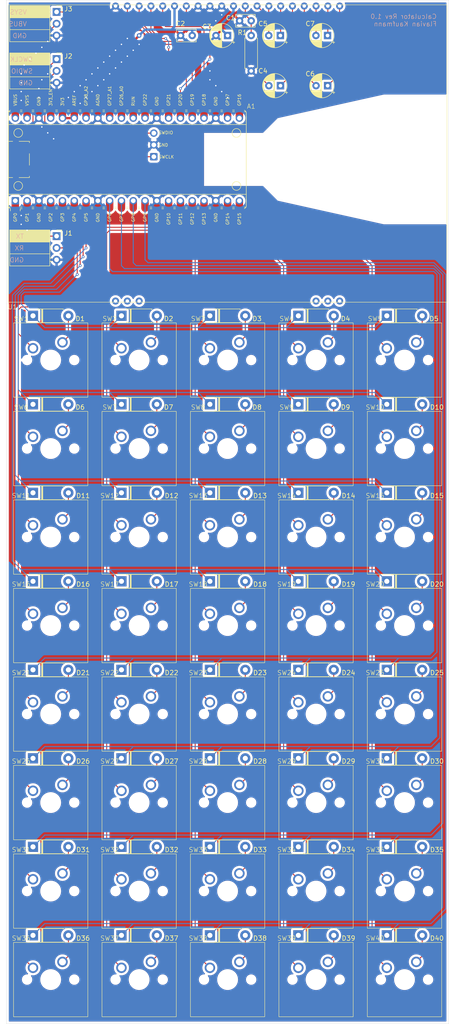
<source format=kicad_pcb>
(kicad_pcb (version 20240108) (generator "pcbnew") (generator_version "8.0")
  (layers (0 "F.Cu" signal) (31 "B.Cu" signal) (34 "B.Paste" user) (35 "F.Paste" user) (36 "B.SilkS" user "B.Silkscreen") (37 "F.SilkS" user "F.Silkscreen") (38 "B.Mask" user) (39 "F.Mask" user) (44 "Edge.Cuts" user))
  (net 0 "")
  (net 1 "/KB_A")
  (net 2 "/KB_7")
  (net 3 "/~{D_CS}")
  (net 6 "/UART_TX")
  (net 7 "GND")
  (net 8 "/D_CD")
  (net 9 "/KB_2")
  (net 11 "/UART_RX")
  (net 12 "+3V3")
  (net 13 "/KB_4")
  (net 15 "/KB_6")
  (net 16 "/D_SD")
  (net 17 "/KB_5")
  (net 18 "/KB_E")
  (net 19 "/V_SYS")
  (net 20 "/~{D_RST}")
  (net 21 "/KB_B")
  (net 22 "/KB_D")
  (net 23 "/D_CLK")
  (net 24 "/KB_C")
  (net 25 "/V_BUS")
  (net 26 "/KB_3")
  (net 27 "/KB_1")
  (net 28 "/KB_0")
  (net 31 "Net-(U1-VLCD)")
  (net 32 "Net-(U1-VA0-)")
  (net 33 "Net-(U1-VA0+)")
  (net 34 "Net-(U1-VA1+)")
  (net 35 "Net-(U1-VA1-)")
  (net 36 "Net-(U1-VB0+)")
  (net 37 "Net-(U1-VB0-)")
  (net 38 "Net-(U1-VB1-)")
  (net 39 "Net-(U1-VB1+)")
  (net 40 "Net-(D1-A)")
  (net 41 "Net-(D2-A)")
  (net 42 "Net-(D3-A)")
  (net 43 "Net-(D4-A)")
  (net 44 "Net-(D5-A)")
  (net 45 "Net-(D6-A)")
  (net 46 "Net-(D7-A)")
  (net 47 "Net-(D8-A)")
  (net 48 "Net-(D9-A)")
  (net 49 "Net-(D10-A)")
  (net 50 "Net-(D11-A)")
  (net 51 "Net-(D12-A)")
  (net 52 "Net-(D13-A)")
  (net 53 "Net-(D14-A)")
  (net 54 "Net-(D15-A)")
  (net 55 "Net-(D16-A)")
  (net 56 "Net-(D17-A)")
  (net 57 "Net-(D18-A)")
  (net 58 "Net-(D19-A)")
  (net 59 "Net-(D20-A)")
  (net 60 "Net-(D21-A)")
  (net 61 "Net-(D22-A)")
  (net 62 "Net-(D23-A)")
  (net 63 "Net-(D24-A)")
  (net 64 "Net-(D25-A)")
  (net 65 "Net-(D26-A)")
  (net 66 "Net-(D27-A)")
  (net 67 "Net-(D28-A)")
  (net 68 "Net-(D29-A)")
  (net 69 "Net-(D30-A)")
  (net 70 "Net-(D31-A)")
  (net 71 "Net-(D32-A)")
  (net 72 "Net-(D33-A)")
  (net 73 "Net-(D34-A)")
  (net 74 "Net-(D35-A)")
  (net 75 "Net-(D36-A)")
  (net 76 "Net-(D37-A)")
  (net 77 "Net-(D38-A)")
  (net 78 "Net-(D39-A)")
  (net 79 "Net-(D40-A)")
  (net 88 "/SWDIO")
  (net 89 "/SWCLK")
  (footprint "Diode_THT:D_DO-41_SOD81_P7.62mm_Horizontal" (layer "F.Cu") (at 185.42 225.425)
    (property "Reference" "D38")
    (property "Value" "D")
  )
  (footprint "calc:MX2A-E1NW" (layer "F.Cu") (at 227.33 177.8)
    (property "Reference" "SW25")
    (property "Value" "SW_MX")
  )
  (footprint "Diode_THT:D_DO-41_SOD81_P7.62mm_Horizontal" (layer "F.Cu") (at 185.42 130.175)
    (property "Reference" "D13")
    (property "Value" "D")
  )
  (footprint "calc:MX2A-E1NW" (layer "F.Cu") (at 208.28 196.85)
    (property "Reference" "SW29")
    (property "Value" "SW_MX")
  )
  (footprint "Diode_THT:D_DO-41_SOD81_P7.62mm_Horizontal" (layer "F.Cu") (at 204.47 168.275)
    (property "Reference" "D24")
    (property "Value" "D")
  )
  (footprint "Connector_PinSocket_2.54mm:PinSocket_1x03_P2.54mm_Horizontal" (layer "F.Cu") (at 152.4 36.83)
    (property "Reference" "J2")
    (property "Value" "Conn_01x03_Socket")
  )
  (footprint "calc:MX2A-E1NW" (layer "F.Cu") (at 208.28 120.65)
    (property "Reference" "SW9")
    (property "Value" "SW_MX")
  )
  (footprint "calc:MX2A-E1NW" (layer "F.Cu") (at 227.33 196.85)
    (property "Reference" "SW30")
    (property "Value" "SW_MX")
  )
  (footprint "Connector_PinSocket_2.54mm:PinSocket_1x03_P2.54mm_Horizontal" (layer "F.Cu") (at 152.4 74.93)
    (property "Reference" "J1")
    (property "Value" "Conn_01x03_Socket")
  )
  (footprint "Diode_THT:D_DO-41_SOD81_P7.62mm_Horizontal" (layer "F.Cu") (at 166.37 206.375)
    (property "Reference" "D32")
    (property "Value" "D")
  )
  (footprint "Diode_THT:D_DO-41_SOD81_P7.62mm_Horizontal" (layer "F.Cu") (at 204.47 111.125)
    (property "Reference" "D9")
    (property "Value" "D")
  )
  (footprint "Diode_THT:D_DO-41_SOD81_P7.62mm_Horizontal" (layer "F.Cu") (at 204.47 225.425)
    (property "Reference" "D39")
    (property "Value" "D")
  )
  (footprint "calc:MX2A-E1NW" (layer "F.Cu") (at 189.23 158.75)
    (property "Reference" "SW18")
    (property "Value" "SW_MX")
  )
  (footprint "Diode_THT:D_DO-41_SOD81_P7.62mm_Horizontal" (layer "F.Cu") (at 147.32 149.225)
    (property "Reference" "D16")
    (property "Value" "D")
  )
  (footprint "calc:MX2A-E1NW" (layer "F.Cu") (at 170.18 120.65)
    (property "Reference" "SW7")
    (property "Value" "SW_MX")
  )
  (footprint "Diode_THT:D_DO-41_SOD81_P7.62mm_Horizontal" (layer "F.Cu") (at 185.42 149.225)
    (property "Reference" "D18")
    (property "Value" "D")
  )
  (footprint "Diode_THT:D_DO-41_SOD81_P7.62mm_Horizontal" (layer "F.Cu") (at 147.32 111.125)
    (property "Reference" "D6")
    (property "Value" "D")
  )
  (footprint "Diode_THT:D_DO-41_SOD81_P7.62mm_Horizontal" (layer "F.Cu") (at 185.42 206.375)
    (property "Reference" "D33")
    (property "Value" "D")
  )
  (footprint "Diode_THT:D_DO-41_SOD81_P7.62mm_Horizontal" (layer "F.Cu") (at 204.47 187.325)
    (property "Reference" "D29")
    (property "Value" "D")
  )
  (footprint "calc:EADOGM240-7" (layer "F.Cu") (at 165.1 88.9)
    (property "Reference" "U1")
    (property "Value" "~" (hide yes))
  )
  (footprint "Diode_THT:D_DO-41_SOD81_P7.62mm_Horizontal" (layer "F.Cu") (at 204.47 130.175)
    (property "Reference" "D14")
    (property "Value" "D")
  )
  (footprint "calc:MX2A-E1NW" (layer "F.Cu") (at 189.23 101.6)
    (property "Reference" "SW3")
    (property "Value" "SW_MX")
  )
  (footprint "Diode_THT:D_DO-41_SOD81_P7.62mm_Horizontal" (layer "F.Cu") (at 166.37 225.425)
    (property "Reference" "D37")
    (property "Value" "D")
  )
  (footprint "Capacitor_THT:CP_Radial_D5.0mm_P2.50mm" (layer "F.Cu") (at 189.23 31.75 180)
    (property "Reference" "C3")
    (property "Value" "10u")
  )
  (footprint "Diode_THT:D_DO-41_SOD81_P7.62mm_Horizontal" (layer "F.Cu") (at 166.37 92.075)
    (property "Reference" "D2")
    (property "Value" "D")
  )
  (footprint "calc:MX2A-E1NW" (layer "F.Cu") (at 151.13 215.9)
    (property "Reference" "SW31")
    (property "Value" "SW_MX")
  )
  (footprint "Diode_THT:D_DO-41_SOD81_P7.62mm_Horizontal" (layer "F.Cu") (at 166.37 149.225)
    (property "Reference" "D17")
    (property "Value" "D")
  )
  (footprint "Diode_THT:D_DO-41_SOD81_P7.62mm_Horizontal" (layer "F.Cu") (at 204.47 206.375)
    (property "Reference" "D34")
    (property "Value" "D")
  )
  (footprint "Capacitor_THT:CP_Radial_D5.0mm_P2.50mm" (layer "F.Cu") (at 200.595113 31.75 180)
    (property "Reference" "C5")
    (property "Value" "4u7")
  )
  (footprint "calc:MX2A-E1NW" (layer "F.Cu") (at 189.23 196.85)
    (property "Reference" "SW28")
    (property "Value" "SW_MX")
  )
  (footprint "calc:MX2A-E1NW" (layer "F.Cu") (at 170.18 196.85)
    (property "Reference" "SW27")
    (property "Value" "SW_MX")
  )
  (footprint "calc:MX2A-E1NW" (layer "F.Cu") (at 189.23 234.95)
    (property "Reference" "SW38")
    (property "Value" "SW_MX")
  )
  (footprint "Capacitor_THT:C_Rect_L4.0mm_W2.5mm_P2.50mm" (layer "F.Cu") (at 191.81 28.575)
    (property "Reference" "C1")
    (property "Value" "470n")
  )
  (footprint "calc:MX2A-E1NW" (layer "F.Cu") (at 189.23 177.8)
    (property "Reference" "SW23")
    (property "Value" "SW_MX")
  )
  (footprint "calc:MX2A-E1NW" (layer "F.Cu") (at 170.18 139.7)
    (property "Reference" "SW12")
    (property "Value" "SW_MX")
  )
  (footprint "calc:MX2A-E1NW" (layer "F.Cu") (at 151.13 177.8)
    (property "Reference" "SW21")
    (property "Value" "SW_MX")
  )
  (footprint "calc:MX2A-E1NW" (layer "F.Cu") (at 208.28 177.8)
    (property "Reference" "SW24")
    (property "Value" "SW_MX")
  )
  (footprint "Diode_THT:D_DO-41_SOD81_P7.62mm_Horizontal" (layer "F.Cu") (at 147.32 187.325)
    (property "Reference" "D26")
    (property "Value" "D")
  )
  (footprint "Diode_THT:D_DO-41_SOD81_P7.62mm_Horizontal" (layer "F.Cu") (at 185.42 92.075)
    (property "Reference" "D3")
    (property "Value" "D")
  )
  (footprint "Diode_THT:D_DO-41_SOD81_P7.62mm_Horizontal" (layer "F.Cu") (at 223.52 168.275)
    (property "Reference" "D25")
    (property "Value" "D")
  )
  (footprint "calc:MX2A-E1NW" (layer "F.Cu") (at 227.33 158.75)
    (property "Reference" "SW20")
    (property "Value" "SW_MX")
  )
  (footprint "calc:MX2A-E1NW" (layer "F.Cu") (at 170.18 234.95)
    (property "Reference" "SW37")
    (property "Value" "SW_MX")
  )
  (footprint "Diode_THT:D_DO-41_SOD81_P7.62mm_Horizontal" (layer "F.Cu") (at 166.37 187.325)
    (property "Reference" "D27")
    (property "Value" "D")
  )
  (footprint "Diode_THT:D_DO-41_SOD81_P7.62mm_Horizontal" (layer "F.Cu") (at 166.37 130.175)
    (property "Reference" "D12")
    (property "Value" "D")
  )
  (footprint "Capacitor_THT:CP_Radial_D5.0mm_P2.50mm" (layer "F.Cu") (at 210.78 42.545 180)
    (property "Reference" "C6")
    (property "Value" "4u7")
  )
  (footprint "calc:MX2A-E1NW" (layer "F.Cu") (at 189.23 120.65)
    (property "Reference" "SW8")
    (property "Value" "SW_MX")
  )
  (footprint "calc:MX2A-E1NW" (layer "F.Cu") (at 208.28 215.9)
    (property "Reference" "SW34")
    (property "Value" "SW_MX")
  )
  (footprint "Capacitor_THT:CP_Radial_D5.0mm_P2.50mm" (layer "F.Cu") (at 210.755113 31.75 180)
    (property "Reference" "C7")
    (property "Value" "4u7")
  )
  (footprint "Diode_THT:D_DO-41_SOD81_P7.62mm_Horizontal" (layer "F.Cu") (at 147.32 168.275)
    (property "Reference" "D21")
    (property "Value" "D")
  )
  (footprint "calc:MX2A-E1NW" (layer "F.Cu") (at 208.28 101.6)
    (property "Reference" "SW4")
    (property "Value" "SW_MX")
  )
  (footprint "Diode_THT:D_DO-41_SOD81_P7.62mm_Horizontal" (layer "F.Cu") (at 166.37 168.275)
    (property "Reference" "D22")
    (property "Value" "D")
  )
  (footprint "Diode_THT:D_DO-41_SOD81_P7.62mm_Horizontal" (layer "F.Cu") (at 223.52 149.225)
    (property "Reference" "D20")
    (property "Value" "D")
  )
  (footprint "Diode_THT:D_DO-41_SOD81_P7.62mm_Horizontal" (layer "F.Cu") (at 185.42 111.125)
    (property "Reference" "D8")
    (property "Value" "D")
  )
  (footprint "calc:MX2A-E1NW" (layer "F.Cu") (at 170.18 101.6)
    (property "Reference" "SW2")
    (property "Value" "SW_MX")
  )
  (footprint "calc:MX2A-E1NW" (layer "F.Cu") (at 170.18 177.8)
    (property "Reference" "SW22")
    (property "Value" "SW_MX")
  )
  (footprint "calc:MX2A-E1NW" (layer "F.Cu") (at 151.13 101.6)
    (property "Reference" "SW1")
    (property "Value" "SW_MX")
  )
  (footprint "calc:MX2A-E1NW" (layer "F.Cu") (at 227.33 139.7)
    (property "Reference" "SW15")
    (property "Value" "SW_MX")
  )
  (footprint "Diode_THT:D_DO-41_SOD81_P7.62mm_Horizontal" (layer "F.Cu") (at 147.32 92.075)
    (property "Reference" "D1")
    (property "Value" "D")
  )
  (footprint "Diode_THT:D_DO-41_SOD81_P7.62mm_Horizontal" (layer "F.Cu") (at 147.32 206.375)
    (property "Reference" "D31")
    (property "Value" "D")
  )
  (footprint "Diode_THT:D_DO-41_SOD81_P7.62mm_Horizontal" (layer "F.Cu") (at 223.52 92.075)
    (property "Reference" "D5")
    (property "Value" "D")
  )
  (footprint "calc:MX2A-E1NW" (layer "F.Cu") (at 151.13 234.95)
    (property "Reference" "SW36")
    (property "Value" "SW_MX")
  )
  (footprint "calc:MX2A-E1NW" (layer "F.Cu") (at 170.18 215.9)
    (property "Reference" "SW32")
    (property "Value" "SW_MX")
  )
  (footprint "calc:MX2A-E1NW" (layer "F.Cu") (at 189.23 139.7)
    (property "Reference" "SW13")
    (property "Value" "SW_MX")
  )
  (footprint "Diode_THT:D_DO-41_SOD81_P7.62mm_Horizontal" (layer "F.Cu") (at 223.52 225.425)
    (property "Reference" "D40")
    (property "Value" "D")
  )
  (footprint "Diode_THT:D_DO-41_SOD81_P7.62mm_Horizontal" (layer "F.Cu") (at 185.42 168.275)
    (property "Reference" "D23")
    (property "Value" "D")
  )
  (footprint "calc:MX2A-E1NW" (layer "F.Cu") (at 208.28 158.75)
    (property "Reference" "SW19")
    (property "Value" "SW_MX")
  )
  (footprint "Diode_THT:D_DO-41_SOD81_P7.62mm_Horizontal" (layer "F.Cu") (at 223.52 187.325)
    (property "Reference" "D30")
    (property "Value" "D")
  )
  (footprint "calc:MX2A-E1NW" (layer "F.Cu") (at 208.28 139.7)
    (property "Reference" "SW14")
    (property "Value" "SW_MX")
  )
  (footprint "calc:MX2A-E1NW" (layer "F.Cu") (at 227.33 215.9)
    (property "Reference" "SW35")
    (property "Value" "SW_MX")
  )
  (footprint "Diode_THT:D_DO-41_SOD81_P7.62mm_Horizontal" (layer "F.Cu") (at 223.52 130.175)
    (property "Reference" "D15")
    (property "Value" "D")
  )
  (footprint "Diode_THT:D_DO-41_SOD81_P7.62mm_Horizontal" (layer "F.Cu") (at 147.32 130.175)
    (property "Reference" "D11")
    (property "Value" "D")
  )
  (footprint "Diode_THT:D_DO-41_SOD81_P7.62mm_Horizontal" (layer "F.Cu") (at 204.47 149.225)
    (property "Reference" "D19")
    (property "Value" "D")
  )
  (footprint "calc:MX2A-E1NW" (layer "F.Cu") (at 227.33 234.95)
    (property "Reference" "SW40")
    (property "Value" "SW_MX")
  )
  (footprint "calc:MX2A-E1NW" (layer "F.Cu") (at 151.13 158.75)
    (property "Reference" "SW16")
    (property "Value" "SW_MX")
  )
  (footprint "calc:MX2A-E1NW" (layer "F.Cu") (at 227.33 101.6)
    (property "Reference" "SW5")
    (property "Value" "SW_MX")
  )
  (footprint "calc:MX2A-E1NW" (layer "F.Cu") (at 227.33 120.65)
    (property "Reference" "SW10")
    (property "Value" "SW_MX")
  )
  (footprint "calc:MX2A-E1NW" (layer "F.Cu") (at 208.28 234.95)
    (property "Reference" "SW39")
    (property "Value" "SW_MX")
  )
  (footprint "Module_RaspberryPi_Pico:RaspberryPi_Pico" (layer "F.Cu") (at 167.64 58.42 90)
    (property "Reference" "A1")
    (property "Value" "RaspberryPi_Pico_W")
  )
  (footprint "Diode_THT:D_DO-41_SOD81_P7.62mm_Horizontal" (layer "F.Cu") (at 185.42 187.325)
    (property "Reference" "D28")
    (property "Value" "D")
  )
  (footprint "calc:MX2A-E1NW" (layer "F.Cu") (at 151.13 139.7)
    (property "Reference" "SW11")
    (property "Value" "SW_MX")
  )
  (footprint "Diode_THT:D_DO-41_SOD81_P7.62mm_Horizontal" (layer "F.Cu") (at 223.52 111.125)
    (property "Reference" "D10")
    (property "Value" "D")
  )
  (footprint "calc:MX2A-E1NW" (layer "F.Cu") (at 189.23 215.9)
    (property "Reference" "SW33")
    (property "Value" "SW_MX")
  )
  (footprint "Diode_THT:D_DO-41_SOD81_P7.62mm_Horizontal" (layer "F.Cu") (at 166.37 111.125)
    (property "Reference" "D7")
    (property "Value" "D")
  )
  (footprint "calc:MX2A-E1NW" (layer "F.Cu") (at 151.13 196.85)
    (property "Reference" "SW26")
    (property "Value" "SW_MX")
  )
  (footprint "calc:MX2A-E1NW" (layer "F.Cu") (at 170.18 158.75)
    (property "Reference" "SW17")
    (property "Value" "SW_MX")
  )
  (footprint "Resistor_THT:R_Axial_DIN0207_L6.3mm_D2.5mm_P7.62mm_Horizontal" (layer "F.Cu") (at 194.31 39.37 90)
    (property "Reference" "R1")
    (property "Value" "10M")
  )
  (footprint "Connector_PinSocket_2.54mm:PinSocket_1x03_P2.54mm_Horizontal" (layer "F.Cu") (at 152.4 26.67)
    (property "Reference" "J3")
    (property "Value" "Conn_01x03_Socket")
  )
  (footprint "Diode_THT:D_DO-41_SOD81_P7.62mm_Horizontal" (layer "F.Cu") (at 223.52 206.375)
    (property "Reference" "D35")
    (property "Value" "D")
  )
  (footprint "Capacitor_THT:C_Rect_L4.0mm_W2.5mm_P2.50mm" (layer "F.Cu") (at 181.61 31.75 180)
    (property "Reference" "C2")
    (property "Value" "100n")
  )
  (footprint "calc:MX2A-E1NW" (layer "F.Cu") (at 151.13 120.65)
    (property "Reference" "SW6")
    (property "Value" "SW_MX")
  )
  (footprint "Capacitor_THT:CP_Radial_D5.0mm_P2.50mm" (layer "F.Cu") (at 200.62 42.545 180)
    (property "Reference" "C4")
    (property "Value" "4u7")
  )
  (footprint "Diode_THT:D_DO-41_SOD81_P7.62mm_Horizontal" (layer "F.Cu") (at 147.32 225.425)
    (property "Reference" "D36")
    (property "Value" "D")
  )
  (footprint "Diode_THT:D_DO-41_SOD81_P7.62mm_Horizontal" (layer "F.Cu") (at 204.47 92.075)
    (property "Reference" "D4")
    (property "Value" "D")
  )
  (gr_rect (start 141.605 24.13) (end 236.855 244.475) (stroke (width 0.05)) (fill none) (layer "Edge.Cuts"))
  (gr_text "SWCLK" (at 147.32 37.465 0) (layer "B.SilkS") (effects (font (size 1 1) (thickness 0.1)) (justify left bottom mirror)))
  (gr_text "GND" (at 146.05 32.385 0) (layer "B.SilkS") (effects (font (size 1 1) (thickness 0.1)) (justify left bottom mirror)))
  (gr_text "Calculator Rev 1.0\nFlavian Kaufmann" (at 234.315 29.845 0) (layer "B.SilkS") (effects (font (size 1 1) (thickness 0.1)) (justify left bottom mirror)))
  (gr_text "RX" (at 145.415 78.105 0) (layer "B.SilkS") (effects (font (size 1 1) (thickness 0.1)) (justify left bottom mirror)))
  (gr_text "VSYS" (at 146.05 27.305 0) (layer "B.SilkS") (effects (font (size 1 1) (thickness 0.1)) (justify left bottom mirror)))
  (gr_text "VBUS" (at 146.05 29.845 0) (layer "B.SilkS") (effects (font (size 1 1) (thickness 0.1)) (justify left bottom mirror)))
  (gr_text "GND" (at 147.32 42.545 0) (layer "B.SilkS") (effects (font (size 1 1) (thickness 0.1)) (justify left bottom mirror)))
  (gr_text "SWDIO" (at 147.32 40.005 0) (layer "B.SilkS") (effects (font (size 1 1) (thickness 0.1)) (justify left bottom mirror)))
  (gr_text "GND" (at 145.415 80.645 0) (layer "B.SilkS") (effects (font (size 1 1) (thickness 0.1)) (justify left bottom mirror)))
  (gr_text "TX" (at 145.415 75.565 0) (layer "B.SilkS") (effects (font (size 1 1) (thickness 0.1)) (justify left bottom mirror)))
  (segment (start 144.145 95.885) (end 144.145 90.805) (width 0.2) (layer "F.Cu") (net 1))
  (segment (start 144.78 90.17) (end 161.925 90.17) (width 0.2) (layer "F.Cu") (net 1))
  (segment (start 144.145 191.135) (end 147.32 194.31) (width 0.2) (layer "F.Cu") (net 1))
  (segment (start 144.145 114.935) (end 144.145 133.985) (width 0.2) (layer "F.Cu") (net 1))
  (segment (start 147.32 99.06) (end 144.145 95.885) (width 0.2) (layer "F.Cu") (net 1))
  (segment (start 144.145 210.185) (end 144.145 229.235) (width 0.2) (layer "F.Cu") (net 1))
  (segment (start 175.895 73.025) (end 176.53 72.39) (width 0.2) (layer "F.Cu") (net 1))
  (segment (start 144.145 191.135) (end 144.145 210.185) (width 0.2) (layer "F.Cu") (net 1))
  (segment (start 144.145 153.035) (end 144.145 172.085) (width 0.2) (layer "F.Cu") (net 1))
  (segment (start 161.925 90.17) (end 162.56 89.535) (width 0.2) (layer "F.Cu") (net 1))
  (segment (start 144.145 172.085) (end 147.32 175.26) (width 0.2) (layer "F.Cu") (net 1))
  (segment (start 163.195 73.025) (end 175.895 73.025) (width 0.2) (layer "F.Cu") (net 1))
  (segment (start 144.145 229.235) (end 147.32 232.41) (width 0.2) (layer "F.Cu") (net 1))
  (segment (start 144.145 172.085) (end 144.145 191.135) (width 0.2) (layer "F.Cu") (net 1))
  (segment (start 144.145 90.805) (end 144.78 90.17) (width 0.2) (layer "F.Cu") (net 1))
  (segment (start 162.56 73.66) (end 163.195 73.025) (width 0.2) (layer "F.Cu") (net 1))
  (segment (start 162.56 89.535) (end 162.56 73.66) (width 0.2) (layer "F.Cu") (net 1))
  (segment (start 144.145 133.985) (end 147.32 137.16) (width 0.2) (layer "F.Cu") (net 1))
  (segment (start 144.145 210.185) (end 147.32 213.36) (width 0.2) (layer "F.Cu") (net 1))
  (segment (start 144.145 133.985) (end 144.145 153.035) (width 0.2) (layer "F.Cu") (net 1))
  (segment (start 144.145 153.035) (end 147.32 156.21) (width 0.2) (layer "F.Cu") (net 1))
  (segment (start 176.53 72.39) (end 176.53 67.31) (width 0.2) (layer "F.Cu") (net 1))
  (segment (start 144.145 114.935) (end 147.32 118.11) (width 0.2) (layer "F.Cu") (net 1))
  (segment (start 144.145 95.885) (end 144.145 114.935) (width 0.2) (layer "F.Cu") (net 1))
  (segment (start 236.22 83.185) (end 233.68 80.645) (width 0.2) (layer "B.Cu") (net 2))
  (segment (start 207.01 222.885) (end 226.06 222.885) (width 0.2) (layer "B.Cu") (net 2))
  (segment (start 187.96 222.885) (end 185.42 225.425) (width 0.2) (layer "B.Cu") (net 2))
  (segment (start 187.96 222.885) (end 207.01 222.885) (width 0.2) (layer "B.Cu") (net 2))
  (segment (start 168.91 222.885) (end 166.37 225.425) (width 0.2) (layer "B.Cu") (net 2))
  (segment (start 172.085 80.645) (end 171.45 80.01) (width 0.2) (layer "B.Cu") (net 2))
  (segment (start 233.045 222.885) (end 236.22 219.71) (width 0.2) (layer "B.Cu") (net 2))
  (segment (start 233.68 80.645) (end 172.085 80.645) (width 0.2) (layer "B.Cu") (net 2))
  (segment (start 147.32 225.425) (end 149.86 222.885) (width 0.2) (layer "B.Cu") (net 2))
  (segment (start 236.22 219.71) (end 236.22 83.185) (width 0.2) (layer "B.Cu") (net 2))
  (segment (start 170.18 222.885) (end 187.96 222.885) (width 0.2) (layer "B.Cu") (net 2))
  (segment (start 226.06 222.885) (end 223.52 225.425) (width 0.2) (layer "B.Cu") (net 2))
  (segment (start 149.86 222.885) (end 170.18 222.885) (width 0.2) (layer "B.Cu") (net 2))
  (segment (start 226.06 222.885) (end 233.045 222.885) (width 0.2) (layer "B.Cu") (net 2))
  (segment (start 207.01 222.885) (end 204.47 225.425) (width 0.2) (layer "B.Cu") (net 2))
  (segment (start 170.18 222.885) (end 168.91 222.885) (width 0.2) (layer "B.Cu") (net 2))
  (segment (start 171.45 80.01) (end 171.45 67.31) (width 0.2) (layer "B.Cu") (net 2))
  (segment (start 184.15 30.48) (end 184.15 41.91) (width 0.2) (layer "F.Cu") (net 3))
  (segment (start 175.26 25.4) (end 175.26 29.21) (width 0.2) (layer "F.Cu") (net 3))
  (segment (start 189.23 49.53) (end 189.23 46.99) (width 0.2) (layer "F.Cu") (net 3))
  (segment (start 175.26 29.21) (end 175.895 29.845) (width 0.2) (layer "F.Cu") (net 3))
  (segment (start 175.895 29.845) (end 183.515 29.845) (width 0.2) (layer "F.Cu") (net 3))
  (segment (start 183.515 29.845) (end 184.15 30.48) (width 0.2) (layer "F.Cu") (net 3))
  (segment (start 189.23 46.99) (end 184.15 41.91) (width 0.2) (layer "F.Cu") (net 3))
  (segment (start 143.51 72.39) (end 146.05 74.93) (width 0.2) (layer "F.Cu") (net 6))
  (segment (start 146.05 74.93) (end 152.4 74.93) (width 0.2) (layer "F.Cu") (net 6))
  (segment (start 143.51 67.31) (end 143.51 72.39) (width 0.2) (layer "F.Cu") (net 6))
  (segment (start 161.29 67.31) (end 161.29 70.485) (width 0.5) (layer "F.Cu") (net 7))
  (segment (start 173.99 67.31) (end 173.99 70.485) (width 0.5) (layer "F.Cu") (net 7))
  (segment (start 148.59 49.53) (end 148.59 46.355) (width 0.5) (layer "F.Cu") (net 7))
  (segment (start 161.29 49.53) (end 161.29 46.355) (width 0.5) (layer "F.Cu") (net 7))
  (segment (start 148.59 67.31) (end 148.59 70.485) (width 0.5) (layer "F.Cu") (net 7))
  (segment (start 173.99 49.53) (end 173.99 46.355) (width 0.5) (layer "F.Cu") (net 7))
  (segment (start 186.69 49.53) (end 186.69 46.355) (width 0.5) (layer "F.Cu") (net 7))
  (segment (start 186.69 67.31) (end 186.69 70.485) (width 0.5) (layer "F.Cu") (net 7))
  (via (at 185.42 39.37) (size 0.6) (drill 0.3) (layers "F.Cu" "B.Cu") (net 7))
  (via (at 151.765 53.975) (size 0.6) (drill 0.3) (layers "F.Cu" "B.Cu") (net 7))
  (via (at 144.78 45.72) (size 0.6) (drill 0.3) (layers "F.Cu" "B.Cu") (net 7))
  (via (at 162.56 41.275) (size 0.6) (drill 0.3) (layers "F.Cu" "B.Cu") (net 7))
  (via (at 163.83 36.195) (size 0.6) (drill 0.3) (layers "F.Cu" "B.Cu") (net 7))
  (via (at 161.29 38.735) (size 0.6) (drill 0.3) (layers "F.Cu" "B.Cu") (net 7))
  (via (at 167.64 36.195) (size 0.6) (drill 0.3) (layers "F.Cu" "B.Cu") (net 7))
  (via (at 150.495 33.02) (size 0.6) (drill 0.3) (layers "F.Cu" "B.Cu") (net 7))
  (via (at 144.78 72.39) (size 0.6) (drill 0.3) (layers "F.Cu" "B.Cu") (net 7))
  (via (at 166.37 33.655) (size 0.6) (drill 0.3) (layers "F.Cu" "B.Cu") (net 7))
  (via (at 154.94 45.085) (size 0.6) (drill 0.3) (layers "F.Cu" "B.Cu") (net 7))
  (via (at 163.83 40.005) (size 0.6) (drill 0.3) (layers "F.Cu" "B.Cu") (net 7))
  (via (at 146.685 36.83) (size 0.6) (drill 0.3) (layers "F.Cu" "B.Cu") (net 7))
  (via (at 162.56 37.465) (size 0.6) (drill 0.3) (layers "F.Cu" "B.Cu") (net 7))
  (via (at 165.1 34.925) (size 0.6) (drill 0.3) (layers "F.Cu" "B.Cu") (net 7))
  (via (at 166.37 37.465) (size 0.6) (drill 0.3) (layers "F.Cu" "B.Cu") (net 7))
  (via (at 145.415 38.1) (size 0.6) (drill 0.3) (layers "F.Cu" "B.Cu") (net 7))
  (via (at 146.05 73.66) (size 0.6) (drill 0.3) (layers "F.Cu" "B.Cu") (net 7))
  (via (at 160.02 40.005) (size 0.6) (drill 0.3) (layers "F.Cu" "B.Cu") (net 7))
  (via (at 149.225 51.435) (size 0.6) (drill 0.3) (layers "F.Cu" "B.Cu") (net 7))
  (via (at 165.1 38.735) (size 0.6) (drill 0.3) (layers "F.Cu" "B.Cu") (net 7))
  (via (at 144.78 43.815) (size 0.6) (drill 0.3) (layers "F.Cu" "B.Cu") (net 7))
  (via (at 148.59 43.18) (size 0.6) (drill 0.3) (layers "F.Cu" "B.Cu") (net 7))
  (via (at 150.495 40.005) (size 0.6) (drill 0.3) (layers "F.Cu" "B.Cu") (net 7))
  (via (at 158.75 41.275) (size 0.6) (drill 0.3) (layers "F.Cu" "B.Cu") (net 7))
  (via (at 149.225 34.29) (size 0.6) (drill 0.3) (layers "F.Cu" "B.Cu") (net 7))
  (via (at 167.64 32.385) (size 0.6) (drill 0.3) (layers "F.Cu" "B.Cu") (net 7))
  (via (at 157.48 46.355) (size 0.6) (drill 0.3) (layers "F.Cu" "B.Cu") (net 7))
  (via (at 148.59 45.085) (size 0.6) (drill 0.3) (layers "F.Cu" "B.Cu") (net 7))
  (via (at 144.78 41.91) (size 0.6) (drill 0.3) (layers "F.Cu" "B.Cu") (net 7))
  (via (at 187.96 27.305) (size 0.6) (drill 0.3) (layers "F.Cu" "B.Cu") (net 7))
  (via (at 150.495 52.705) (size 0.6) (drill 0.3) (layers "F.Cu" "B.Cu") (net 7))
  (via (at 157.48 42.545) (size 0.6) (drill 0.3) (layers "F.Cu" "B.Cu") (net 7))
  (via (at 170.18 33.655) (size 0.6) (drill 0.3) (layers "F.Cu" "B.Cu") (net 7))
  (via (at 161.29 42.545) (size 0.6) (drill 0.3) (layers "F.Cu" "B.Cu") (net 7))
  (via (at 187.96 43.815) (size 0.6) (drill 0.3) (layers "F.Cu" "B.Cu") (net 7))
  (via (at 158.75 45.085) (size 0.6) (drill 0.3) (layers "F.Cu" "B.Cu") (net 7))
  (via (at 186.69 28.575) (size 0.6) (drill 0.3) (layers "F.Cu" "B.Cu") (net 7))
  (via (at 189.23 45.085) (size 0.6) (drill 0.3) (layers "F.Cu" "B.Cu") (net 7))
  (via (at 185.42 41.275) (size 0.6) (drill 0.3) (layers "F.Cu" "B.Cu") (net 7))
  (via (at 160.02 43.815) (size 0.6) (drill 0.3) (layers "F.Cu" "B.Cu") (net 7))
  (via (at 144.78 70.485) (size 0.6) (drill 0.3) (layers "F.Cu" "B.Cu") (net 7))
  (via (at 168.91 34.925) (size 0.6) (drill 0.3) (layers "F.Cu" "B.Cu") (net 7))
  (via (at 147.955 35.56) (size 0.6) (drill 0.3) (layers "F.Cu" "B.Cu") (net 7))
  (via (at 186.69 42.545) (size 0.6) (drill 0.3) (layers "F.Cu" "B.Cu") (net 7))
  (via (at 149.225 41.275) (size 0.6) (drill 0.3) (layers "F.Cu" "B.Cu") (net 7))
  (via (at 144.78 40.005) (size 0.6) (drill 0.3) (layers "F.Cu" "B.Cu") (net 7))
  (via (at 156.21 43.815) (size 0.6) (drill 0.3) (layers "F.Cu" "B.Cu") (net 7))
  (segment (start 185.42 29.845) (end 185.42 36.83) (width 0.2) (layer "F.Cu") (net 8))
  (segment (start 179.07 43.18) (end 179.07 49.53) (width 0.2) (layer "F.Cu") (net 8))
  (segment (start 184.785 29.21) (end 185.42 29.845) (width 0.2) (layer "F.Cu") (net 8))
  (segment (start 180.34 25.4) (end 180.34 28.575) (width 0.2) (layer "F.Cu") (net 8))
  (segment (start 180.975 29.21) (end 184.785 29.21) (width 0.2) (layer "F.Cu") (net 8))
  (segment (start 180.34 28.575) (end 180.975 29.21) (width 0.2) (layer "F.Cu") (net 8))
  (via (at 185.42 36.83) (size 0.6) (drill 0.3) (layers "F.Cu" "B.Cu") (net 8))
  (via (at 179.07 43.18) (size 0.6) (drill 0.3) (layers "F.Cu" "B.Cu") (net 8))
  (segment (start 185.42 36.83) (end 179.07 43.18) (width 0.2) (layer "B.Cu") (net 8))
  (segment (start 156.845 71.12) (end 156.21 70.485) (width 0.2) (layer "F.Cu") (net 9))
  (segment (start 157.48 71.12) (end 156.845 71.12) (width 0.2) (layer "F.Cu") (net 9))
  (segment (start 158.115 71.755) (end 157.48 71.12) (width 0.2) (layer "F.Cu") (net 9))
  (segment (start 158.115 79.375) (end 158.115 71.755) (width 0.2) (layer "F.Cu") (net 9))
  (segment (start 156.21 70.485) (end 156.21 67.31) (width 0.2) (layer "F.Cu") (net 9))
  (via (at 158.115 79.375) (size 0.6) (drill 0.3) (layers "F.Cu" "B.Cu") (net 9))
  (segment (start 147.32 130.175) (end 144.78 127.635) (width 0.2) (layer "B.Cu") (net 9))
  (segment (start 182.88 127.635) (end 201.93 127.635) (width 0.2) (layer "B.Cu") (net 9))
  (segment (start 144.78 127.635) (end 143.51 126.365) (width 0.2) (layer "B.Cu") (net 9))
  (segment (start 151.765 85.725) (end 158.115 79.375) (width 0.2) (layer "B.Cu") (net 9))
  (segment (start 145.415 85.725) (end 151.765 85.725) (width 0.2) (layer "B.Cu") (net 9))
  (segment (start 163.83 127.635) (end 166.37 130.175) (width 0.2) (layer "B.Cu") (net 9))
  (segment (start 201.93 127.635) (end 204.47 130.175) (width 0.2) (layer "B.Cu") (net 9))
  (segment (start 143.51 126.365) (end 143.51 87.63) (width 0.2) (layer "B.Cu") (net 9))
  (segment (start 144.78 127.635) (end 163.83 127.635) (width 0.2) (layer "B.Cu") (net 9))
  (segment (start 201.93 127.635) (end 220.98 127.635) (width 0.2) (layer "B.Cu") (net 9))
  (segment (start 182.88 127.635) (end 185.42 130.175) (width 0.2) (layer "B.Cu") (net 9))
  (segment (start 220.98 127.635) (end 223.52 130.175) (width 0.2) (layer "B.Cu") (net 9))
  (segment (start 163.83 127.635) (end 182.88 127.635) (width 0.2) (layer "B.Cu") (net 9))
  (segment (start 143.51 87.63) (end 145.415 85.725) (width 0.2) (layer "B.Cu") (net 9))
  (segment (start 154.305 73.66) (end 153.67 73.025) (width 0.2) (layer "F.Cu") (net 11))
  (segment (start 153.67 77.47) (end 152.4 77.47) (width 0.2) (layer "F.Cu") (net 11))
  (segment (start 154.305 76.835) (end 154.305 73.66) (width 0.2) (layer "F.Cu") (net 11))
  (segment (start 146.05 72.39) (end 146.05 71.12) (width 0.2) (layer "F.Cu") (net 11))
  (segment (start 146.685 73.025) (end 146.05 72.39) (width 0.2) (layer "F.Cu") (net 11))
  (segment (start 154.305 76.835) (end 153.67 77.47) (width 0.2) (layer "F.Cu") (net 11))
  (segment (start 146.05 67.31) (end 146.05 71.12) (width 0.2) (layer "F.Cu") (net 11))
  (segment (start 153.67 73.025) (end 146.685 73.025) (width 0.2) (layer "F.Cu") (net 11))
  (segment (start 156.21 45.72) (end 156.21 49.53) (width 0.5) (layer "F.Cu") (net 12))
  (segment (start 153.67 49.53) (end 156.21 49.53) (width 0.5) (layer "F.Cu") (net 12))
  (segment (start 170.18 31.75) (end 156.21 45.72) (width 0.5) (layer "F.Cu") (net 12))
  (via (at 170.18 31.75) (size 1) (drill 0.5) (layers "F.Cu" "B.Cu") (net 12))
  (segment (start 186.69 30.48) (end 187.325 29.845) (width 0.5) (layer "B.Cu") (net 12))
  (segment (start 190.5 25.4) (end 190.5 26.67) (width 0.5) (layer "B.Cu") (net 12))
  (segment (start 181.61 31.75) (end 181.61 30.48) (width 0.5) (layer "B.Cu") (net 12))
  (segment (start 170.18 31.75) (end 171.45 30.48) (width 0.5) (layer "B.Cu") (net 12))
  (segment (start 181.61 30.48) (end 186.69 30.48) (width 0.5) (layer "B.Cu") (net 12))
  (segment (start 190.5 26.67) (end 189.23 27.94) (width 0.5) (layer "B.Cu") (net 12))
  (segment (start 187.325 29.845) (end 189.23 27.94) (width 0.5) (layer "B.Cu") (net 12))
  (segment (start 177.165 30.48) (end 181.61 30.48) (width 0.5) (layer "B.Cu") (net 12))
  (segment (start 189.23 31.75) (end 187.325 29.845) (width 0.5) (layer "B.Cu") (net 12))
  (segment (start 177.8 29.845) (end 177.165 30.48) (width 0.5) (layer "B.Cu") (net 12))
  (segment (start 177.8 25.4) (end 177.8 29.845) (width 0.5) (layer "B.Cu") (net 12))
  (segment (start 171.45 30.48) (end 177.165 30.48) (width 0.5) (layer "B.Cu") (net 12))
  (segment (start 201.93 165.735) (end 207.01 165.735) (width 0.2) (layer "B.Cu") (net 13))
  (segment (start 149.86 165.735) (end 163.83 165.735) (width 0.2) (layer "B.Cu") (net 13))
  (segment (start 233.68 82.55) (end 164.465 82.55) (width 0.2) (layer "B.Cu") (net 13))
  (segment (start 164.465 82.55) (end 163.83 81.915) (width 0.2) (layer "B.Cu") (net 13))
  (segment (start 163.83 81.915) (end 163.83 67.31) (width 0.2) (layer "B.Cu") (net 13))
  (segment (start 226.06 165.735) (end 233.045 165.735) (width 0.2) (layer "B.Cu") (net 13))
  (segment (start 234.315 83.185) (end 233.68 82.55) (width 0.2) (layer "B.Cu") (net 13))
  (segment (start 226.06 165.735) (end 207.01 165.735) (width 0.2) (layer "B.Cu") (net 13))
  (segment (start 187.96 165.735) (end 201.93 165.735) (width 0.2) (layer "B.Cu") (net 13))
  (segment (start 168.91 165.735) (end 182.88 165.735) (width 0.2) (layer "B.Cu") (net 13))
  (segment (start 163.83 165.735) (end 168.91 165.735) (width 0.2) (layer "B.Cu") (net 13))
  (segment (start 182.88 165.735) (end 187.96 165.735) (width 0.2) (layer "B.Cu") (net 13))
  (segment (start 147.32 168.275) (end 149.86 165.735) (width 0.2) (layer "B.Cu") (net 13))
  (segment (start 166.37 168.275) (end 168.91 165.735) (width 0.2) (layer "B.Cu") (net 13))
  (segment (start 204.47 168.275) (end 207.01 165.735) (width 0.2) (layer "B.Cu") (net 13))
  (segment (start 233.045 165.735) (end 234.315 164.465) (width 0.2) (layer "B.Cu") (net 13))
  (segment (start 234.315 164.465) (end 234.315 83.185) (width 0.2) (layer "B.Cu") (net 13))
  (segment (start 223.52 168.275) (end 226.06 165.735) (width 0.2) (layer "B.Cu") (net 13))
  (segment (start 185.42 168.275) (end 187.96 165.735) (width 0.2) (layer "B.Cu") (net 13))
  (segment (start 233.045 203.835) (end 235.585 201.295) (width 0.2) (layer "B.Cu") (net 15))
  (segment (start 207.01 203.835) (end 226.06 203.835) (width 0.2) (layer "B.Cu") (net 15))
  (segment (start 235.585 83.185) (end 233.68 81.28) (width 0.2) (layer "B.Cu") (net 15))
  (segment (start 168.91 203.835) (end 149.86 203.835) (width 0.2) (layer "B.Cu") (net 15))
  (segment (start 187.96 203.835) (end 185.42 206.375) (width 0.2) (layer "B.Cu") (net 15))
  (segment (start 187.96 203.835) (end 207.01 203.835) (width 0.2) (layer "B.Cu") (net 15))
  (segment (start 235.585 201.295) (end 235.585 83.185) (width 0.2) (layer "B.Cu") (net 15))
  (segment (start 226.06 203.835) (end 233.045 203.835) (width 0.2) (layer "B.Cu") (net 15))
  (segment (start 207.01 203.835) (end 204.47 206.375) (width 0.2) (layer "B.Cu") (net 15))
  (segment (start 168.91 203.835) (end 187.96 203.835) (width 0.2) (layer "B.Cu") (net 15))
  (segment (start 226.06 203.835) (end 223.52 206.375) (width 0.2) (layer "B.Cu") (net 15))
  (segment (start 168.91 80.645) (end 168.91 67.31) (width 0.2) (layer "B.Cu") (net 15))
  (segment (start 233.68 81.28) (end 169.545 81.28) (width 0.2) (layer "B.Cu") (net 15))
  (segment (start 169.545 81.28) (end 168.91 80.645) (width 0.2) (layer "B.Cu") (net 15))
  (segment (start 149.86 203.835) (end 147.32 206.375) (width 0.2) (layer "B.Cu") (net 15))
  (segment (start 166.37 206.375) (end 168.91 203.835) (width 0.2) (layer "B.Cu") (net 15))
  (segment (start 181.61 44.45) (end 181.61 49.53) (width 0.2) (layer "F.Cu") (net 16))
  (segment (start 180.34 43.18) (end 181.61 44.45) (width 0.2) (layer "F.Cu") (net 16))
  (segment (start 180.34 34.29) (end 180.34 43.18) (width 0.2) (layer "F.Cu") (net 16))
  (segment (start 174.625 33.655) (end 179.705 33.655) (width 0.2) (layer "F.Cu") (net 16))
  (segment (start 167.64 26.67) (end 174.625 33.655) (width 0.2) (layer "F.Cu") (net 16))
  (segment (start 167.64 25.4) (end 167.64 26.67) (width 0.2) (layer "F.Cu") (net 16))
  (segment (start 179.705 33.655) (end 180.34 34.29) (width 0.2) (layer "F.Cu") (net 16))
  (segment (start 187.96 184.785) (end 201.93 184.785) (width 0.2) (layer "B.Cu") (net 17))
  (segment (start 147.32 187.325) (end 149.86 184.785) (width 0.2) (layer "B.Cu") (net 17))
  (segment (start 167.005 81.915) (end 166.37 81.28) (width 0.2) (layer "B.Cu") (net 17))
  (segment (start 204.47 187.325) (end 207.01 184.785) (width 0.2) (layer "B.Cu") (net 17))
  (segment (start 234.95 83.185) (end 233.68 81.915) (width 0.2) (layer "B.Cu") (net 17))
  (segment (start 163.83 184.785) (end 168.91 184.785) (width 0.2) (layer "B.Cu") (net 17))
  (segment (start 226.06 184.785) (end 233.045 184.785) (width 0.2) (layer "B.Cu") (net 17))
  (segment (start 233.68 81.915) (end 167.005 81.915) (width 0.2) (layer "B.Cu") (net 17))
  (segment (start 166.37 187.325) (end 168.91 184.785) (width 0.2) (layer "B.Cu") (net 17))
  (segment (start 226.06 184.785) (end 207.01 184.785) (width 0.2) (layer "B.Cu") (net 17))
  (segment (start 201.93 184.785) (end 207.01 184.785) (width 0.2) (layer "B.Cu") (net 17))
  (segment (start 233.045 184.785) (end 234.95 182.88) (width 0.2) (layer "B.Cu") (net 17))
  (segment (start 166.37 81.28) (end 166.37 67.31) (width 0.2) (layer "B.Cu") (net 17))
  (segment (start 223.52 187.325) (end 226.06 184.785) (width 0.2) (layer "B.Cu") (net 17))
  (segment (start 234.95 182.88) (end 234.95 83.185) (width 0.2) (layer "B.Cu") (net 17))
  (segment (start 149.86 184.785) (end 163.83 184.785) (width 0.2) (layer "B.Cu") (net 17))
  (segment (start 168.91 184.785) (end 182.88 184.785) (width 0.2) (layer "B.Cu") (net 17))
  (segment (start 185.42 187.325) (end 187.96 184.785) (width 0.2) (layer "B.Cu") (net 17))
  (segment (start 182.88 184.785) (end 187.96 184.785) (width 0.2) (layer "B.Cu") (net 17))
  (segment (start 220.345 153.035) (end 223.52 156.21) (width 0.2) (layer "F.Cu") (net 18))
  (segment (start 220.345 114.935) (end 220.345 133.985) (width 0.2) (layer "F.Cu") (net 18))
  (segment (start 223.52 99.06) (end 220.345 95.885) (width 0.2) (layer "F.Cu") (net 18))
  (segment (start 220.345 133.985) (end 223.52 137.16) (width 0.2) (layer "F.Cu") (net 18))
  (segment (start 212.09 73.025) (end 189.865 73.025) (width 0.2) (layer "F.Cu") (net 18))
  (segment (start 220.345 229.235) (end 223.52 232.41) (width 0.2) (layer "F.Cu") (net 18))
  (segment (start 220.345 172.085) (end 220.345 191.135) (width 0.2) (layer "F.Cu") (net 18))
  (segment (start 220.345 153.035) (end 220.345 172.085) (width 0.2) (layer "F.Cu") (net 18))
  (segment (start 220.345 114.935) (end 223.52 118.11) (width 0.2) (layer "F.Cu") (net 18))
  (segment (start 220.345 210.185) (end 223.52 213.36) (width 0.2) (layer "F.Cu") (net 18))
  (segment (start 189.23 72.39) (end 189.23 67.31) (width 0.2) (layer "F.Cu") (net 18))
  (segment (start 220.345 133.985) (end 220.345 153.035) (width 0.2) (layer "F.Cu") (net 18))
  (segment (start 220.345 95.885) (end 220.345 81.28) (width 0.2) (layer "F.Cu") (net 18))
  (segment (start 189.865 73.025) (end 189.23 72.39) (width 0.2) (layer "F.Cu") (net 18))
  (segment (start 220.345 81.28) (end 212.09 73.025) (width 0.2) (layer "F.Cu") (net 18))
  (segment (start 220.345 210.185) (end 220.345 229.235) (width 0.2) (layer "F.Cu") (net 18))
  (segment (start 220.345 95.885) (end 220.345 114.935) (width 0.2) (layer "F.Cu") (net 18))
  (segment (start 220.345 172.085) (end 223.52 175.26) (width 0.2) (layer "F.Cu") (net 18))
  (segment (start 220.345 191.135) (end 220.345 210.185) (width 0.2) (layer "F.Cu") (net 18))
  (segment (start 220.345 191.135) (end 223.52 194.31) (width 0.2) (layer "F.Cu") (net 18))
  (segment (start 154.94 27.94) (end 153.67 26.67) (width 0.2) (layer "F.Cu") (net 19))
  (segment (start 151.13 34.29) (end 153.67 34.29) (width 0.2) (layer "F.Cu") (net 19))
  (segment (start 154.94 33.02) (end 154.94 27.94) (width 0.2) (layer "F.Cu") (net 19))
  (segment (start 146.05 49.53) (end 146.05 39.37) (width 0.2) (layer "F.Cu") (net 19))
  (segment (start 146.05 39.37) (end 151.13 34.29) (width 0.2) (layer "F.Cu") (net 19))
  (segment (start 153.67 26.67) (end 152.4 26.67) (width 0.2) (layer "F.Cu") (net 19))
  (segment (start 153.67 34.29) (end 154.94 33.02) (width 0.2) (layer "F.Cu") (net 19))
  (segment (start 172.72 26.67) (end 172.72 30.48) (width 0.2) (layer "F.Cu") (net 20))
  (segment (start 176.53 34.29) (end 176.53 49.53) (width 0.2) (layer "F.Cu") (net 20))
  (segment (start 172.72 25.4) (end 172.72 26.67) (width 0.2) (layer "F.Cu") (net 20))
  (segment (start 172.72 30.48) (end 174.625 32.385) (width 0.2) (layer "F.Cu") (net 20))
  (segment (start 174.625 32.385) (end 175.895 32.385) (width 0.2) (layer "F.Cu") (net 20))
  (via (at 176.53 34.29) (size 0.6) (drill 0.3) (layers "F.Cu" "B.Cu") (net 20))
  (via (at 175.895 32.385) (size 0.6) (drill 0.3) (layers "F.Cu" "B.Cu") (net 20))
  (segment (start 176.53 33.02) (end 176.53 34.29) (width 0.2) (layer "B.Cu") (net 20))
  (segment (start 175.895 32.385) (end 176.53 33.02) (width 0.2) (layer "B.Cu") (net 20))
  (segment (start 163.83 73.66) (end 178.435 73.66) (width 0.2) (layer "F.Cu") (net 21))
  (segment (start 163.195 153.035) (end 163.195 172.085) (width 0.2) (layer "F.Cu") (net 21))
  (segment (start 163.195 95.885) (end 163.195 74.295) (width 0.2) (layer "F.Cu") (net 21))
  (segment (start 163.195 191.135) (end 163.195 210.185) (width 0.2) (layer "F.Cu") (net 21))
  (segment (start 163.195 210.185) (end 166.37 213.36) (width 0.2) (layer "F.Cu") (net 21))
  (segment (start 163.195 114.935) (end 166.37 118.11) (width 0.2) (layer "F.Cu") (net 21))
  (segment (start 163.195 133.985) (end 166.37 137.16) (width 0.2) (layer "F.Cu") (net 21))
  (segment (start 166.37 99.06) (end 163.195 95.885) (width 0.2) (layer "F.Cu") (net 21))
  (segment (start 163.195 191.135) (end 166.37 194.31) (width 0.2) (layer "F.Cu") (net 21))
  (segment (start 163.195 133.985) (end 163.195 153.035) (width 0.2) (layer "F.Cu") (net 21))
  (segment (start 163.195 114.935) (end 163.195 133.985) (width 0.2) (layer "F.Cu") (net 21))
  (segment (start 179.07 73.025) (end 179.07 67.31) (width 0.2) (layer "F.Cu") (net 21))
  (segment (start 163.195 229.235) (end 166.37 232.41) (width 0.2) (layer "F.Cu") (net 21))
  (segment (start 163.195 210.185) (end 163.195 229.235) (width 0.2) (layer "F.Cu") (net 21))
  (segment (start 163.195 172.085) (end 166.37 175.26) (width 0.2) (layer "F.Cu") (net 21))
  (segment (start 163.195 95.885) (end 163.195 114.935) (width 0.2) (layer "F.Cu") (net 21))
  (segment (start 163.195 74.295) (end 163.83 73.66) (width 0.2) (layer "F.Cu") (net 21))
  (segment (start 163.195 153.035) (end 166.37 156.21) (width 0.2) (layer "F.Cu") (net 21))
  (segment (start 163.195 172.085) (end 163.195 191.135) (width 0.2) (layer "F.Cu") (net 21))
  (segment (start 178.435 73.66) (end 179.07 73.025) (width 0.2) (layer "F.Cu") (net 21))
  (segment (start 201.295 191.135) (end 201.295 210.185) (width 0.2) (layer "F.Cu") (net 22))
  (segment (start 201.295 210.185) (end 201.295 229.235) (width 0.2) (layer "F.Cu") (net 22))
  (segment (start 201.295 95.885) (end 201.295 81.28) (width 0.2) (layer "F.Cu") (net 22))
  (segment (start 201.295 114.935) (end 204.47 118.11) (width 0.2) (layer "F.Cu") (net 22))
  (segment (start 201.295 133.985) (end 204.47 137.16) (width 0.2) (layer "F.Cu") (net 22))
  (segment (start 204.47 99.06) (end 201.295 95.885) (width 0.2) (layer "F.Cu") (net 22))
  (segment (start 201.295 114.935) (end 201.295 133.985) (width 0.2) (layer "F.Cu") (net 22))
  (segment (start 201.295 95.885) (end 201.295 114.935) (width 0.2) (layer "F.Cu") (net 22))
  (segment (start 201.295 210.185) (end 204.47 213.36) (width 0.2) (layer "F.Cu") (net 22))
  (segment (start 201.295 81.28) (end 193.675 73.66) (width 0.2) (layer "F.Cu") (net 22))
  (segment (start 201.295 133.985) (end 201.295 153.035) (width 0.2) (layer "F.Cu") (net 22))
  (segment (start 201.295 191.135) (end 204.47 194.31) (width 0.2) (layer "F.Cu") (net 22))
  (segment (start 201.295 172.085) (end 201.295 191.135) (width 0.2) (layer "F.Cu") (net 22))
  (segment (start 193.675 73.66) (end 184.785 73.66) (width 0.2) (layer "F.Cu") (net 22))
  (segment (start 201.295 229.235) (end 204.47 232.41) (width 0.2) (layer "F.Cu") (net 22))
  (segment (start 184.785 73.66) (end 184.15 73.025) (width 0.2) (layer "F.Cu") (net 22))
  (segment (start 201.295 172.085) (end 204.47 175.26) (width 0.2) (layer "F.Cu") (net 22))
  (segment (start 201.295 153.035) (end 204.47 156.21) (width 0.2) (layer "F.Cu") (net 22))
  (segment (start 184.15 73.025) (end 184.15 67.31) (width 0.2) (layer "F.Cu") (net 22))
  (segment (start 201.295 153.035) (end 201.295 172.085) (width 0.2) (layer "F.Cu") (net 22))
  (segment (start 181.61 43.18) (end 184.15 45.72) (width 0.2) (layer "F.Cu") (net 23))
  (segment (start 184.15 45.72) (end 184.15 49.53) (width 0.2) (layer "F.Cu") (net 23))
  (segment (start 180.34 33.02) (end 181.61 34.29) (width 0.2) (layer "F.Cu") (net 23))
  (segment (start 181.61 34.29) (end 181.61 43.18) (width 0.2) (layer "F.Cu") (net 23))
  (segment (start 170.18 28.575) (end 174.625 33.02) (width 0.2) (layer "F.Cu") (net 23))
  (segment (start 174.625 33.02) (end 180.34 33.02) (width 0.2) (layer "F.Cu") (net 23))
  (segment (start 170.18 25.4) (end 170.18 28.575) (width 0.2) (layer "F.Cu") (net 23))
  (segment (start 182.245 191.135) (end 185.42 194.31) (width 0.2) (layer "F.Cu") (net 24))
  (segment (start 182.245 95.885) (end 182.245 73.66) (width 0.2) (layer "F.Cu") (net 24))
  (segment (start 182.245 172.085) (end 185.42 175.26) (width 0.2) (layer "F.Cu") (net 24))
  (segment (start 182.245 153.035) (end 185.42 156.21) (width 0.2) (layer "F.Cu") (net 24))
  (segment (start 182.245 210.185) (end 185.42 213.36) (width 0.2) (layer "F.Cu") (net 24))
  (segment (start 182.245 153.035) (end 182.245 172.085) (width 0.2) (layer "F.Cu") (net 24))
  (segment (start 185.42 99.06) (end 182.245 95.885) (width 0.2) (layer "F.Cu") (net 24))
  (segment (start 182.245 191.135) (end 182.245 210.185) (width 0.2) (layer "F.Cu") (net 24))
  (segment (start 182.245 133.985) (end 185.42 137.16) (width 0.2) (layer "F.Cu") (net 24))
  (segment (start 182.245 172.085) (end 182.245 191.135) (width 0.2) (layer "F.Cu") (net 24))
  (segment (start 182.245 133.985) (end 182.245 153.035) (width 0.2) (layer "F.Cu") (net 24))
  (segment (start 182.245 229.235) (end 185.42 232.41) (width 0.2) (layer "F.Cu") (net 24))
  (segment (start 182.245 210.185) (end 182.245 229.235) (width 0.2) (layer "F.Cu") (net 24))
  (segment (start 182.245 114.935) (end 185.42 118.11) (width 0.2) (layer "F.Cu") (net 24))
  (segment (start 182.245 114.935) (end 182.245 133.985) (width 0.2) (layer "F.Cu") (net 24))
  (segment (start 182.245 95.885) (end 182.245 114.935) (width 0.2) (layer "F.Cu") (net 24))
  (segment (start 181.61 73.025) (end 181.61 67.31) (width 0.2) (layer "F.Cu") (net 24))
  (segment (start 182.245 73.66) (end 181.61 73.025) (width 0.2) (layer "F.Cu") (net 24))
  (segment (start 143.51 38.1) (end 152.4 29.21) (width 0.2) (layer "F.Cu") (net 25))
  (segment (start 143.51 49.53) (end 143.51 38.1) (width 0.2) (layer "F.Cu") (net 25))
  (segment (start 158.75 77.47) (end 158.75 67.31) (width 0.2) (layer "F.Cu") (net 26))
  (via (at 158.75 77.47) (size 0.6) (drill 0.3) (layers "F.Cu" "B.Cu") (net 26))
  (segment (start 142.875 144.78) (end 144.78 146.685) (width 0.2) (layer "B.Cu") (net 26))
  (segment (start 201.93 146.685) (end 204.47 149.225) (width 0.2) (layer "B.Cu") (net 26))
  (segment (start 142.875 87.63) (end 142.875 144.78) (width 0.2) (layer "B.Cu") (net 26))
  (segment (start 201.93 146.685) (end 220.98 146.685) (width 0.2) (layer "B.Cu") (net 26))
  (segment (start 220.98 146.685) (end 223.52 149.225) (width 0.2) (layer "B.Cu") (net 26))
  (segment (start 147.32 149.225) (end 144.78 146.685) (width 0.2) (layer "B.Cu") (net 26))
  (segment (start 151.13 85.09) (end 145.415 85.09) (width 0.2) (layer "B.Cu") (net 26))
  (segment (start 163.83 146.685) (end 182.88 146.685) (width 0.2) (layer "B.Cu") (net 26))
  (segment (start 144.78 146.685) (end 163.83 146.685) (width 0.2) (layer "B.Cu") (net 26))
  (segment (start 158.75 77.47) (end 151.13 85.09) (width 0.2) (layer "B.Cu") (net 26))
  (segment (start 182.88 146.685) (end 201.93 146.685) (width 0.2) (layer "B.Cu") (net 26))
  (segment (start 163.83 146.685) (end 166.37 149.225) (width 0.2) (layer "B.Cu") (net 26))
  (segment (start 145.415 85.09) (end 142.875 87.63) (width 0.2) (layer "B.Cu") (net 26))
  (segment (start 182.88 146.685) (end 185.42 149.225) (width 0.2) (layer "B.Cu") (net 26))
  (segment (start 156.845 71.755) (end 154.305 71.755) (width 0.2) (layer "F.Cu") (net 27))
  (segment (start 157.48 72.39) (end 156.845 71.755) (width 0.2) (layer "F.Cu") (net 27))
  (segment (start 157.48 81.28) (end 157.48 72.39) (width 0.2) (layer "F.Cu") (net 27))
  (segment (start 154.305 71.755) (end 153.67 71.12) (width 0.2) (layer "F.Cu") (net 27))
  (segment (start 153.67 71.12) (end 153.67 67.31) (width 0.2) (layer "F.Cu") (net 27))
  (via (at 157.48 81.28) (size 0.6) (drill 0.3) (layers "F.Cu" "B.Cu") (net 27))
  (segment (start 201.93 108.585) (end 220.98 108.585) (width 0.2) (layer "B.Cu") (net 27))
  (segment (start 145.415 86.36) (end 144.145 87.63) (width 0.2) (layer "B.Cu") (net 27))
  (segment (start 163.83 108.585) (end 182.88 108.585) (width 0.2) (layer "B.Cu") (net 27))
  (segment (start 182.88 108.585) (end 185.42 111.125) (width 0.2) (layer "B.Cu") (net 27))
  (segment (start 152.4 86.36) (end 145.415 86.36) (width 0.2) (layer "B.Cu") (net 27))
  (segment (start 157.48 81.28) (end 152.4 86.36) (width 0.2) (layer "B.Cu") (net 27))
  (segment (start 201.93 108.585) (end 204.47 111.125) (width 0.2) (layer "B.Cu") (net 27))
  (segment (start 163.83 108.585) (end 166.37 111.125) (width 0.2) (layer "B.Cu") (net 27))
  (segment (start 220.98 108.585) (end 223.52 111.125) (width 0.2) (layer "B.Cu") (net 27))
  (segment (start 144.145 87.63) (end 144.145 107.95) (width 0.2) (layer "B.Cu") (net 27))
  (segment (start 182.88 108.585) (end 201.93 108.585) (width 0.2) (layer "B.Cu") (net 27))
  (segment (start 144.145 107.95) (end 144.78 108.585) (width 0.2) (layer "B.Cu") (net 27))
  (segment (start 144.78 108.585) (end 163.83 108.585) (width 0.2) (layer "B.Cu") (net 27))
  (segment (start 147.32 111.125) (end 144.78 108.585) (width 0.2) (layer "B.Cu") (net 27))
  (segment (start 156.845 73.025) (end 156.21 72.39) (width 0.2) (layer "F.Cu") (net 28))
  (segment (start 156.845 83.185) (end 156.845 73.025) (width 0.2) (layer "F.Cu") (net 28))
  (segment (start 151.13 71.755) (end 151.13 67.31) (width 0.2) (layer "F.Cu") (net 28))
  (segment (start 151.765 72.39) (end 151.13 71.755) (width 0.2) (layer "F.Cu") (net 28))
  (segment (start 156.21 72.39) (end 151.765 72.39) (width 0.2) (layer "F.Cu") (net 28))
  (via (at 156.845 83.185) (size 0.6) (drill 0.3) (layers "F.Cu" "B.Cu") (net 28))
  (segment (start 153.035 86.995) (end 145.415 86.995) (width 0.2) (layer "B.Cu") (net 28))
  (segment (start 220.98 94.615) (end 223.52 92.075) (width 0.2) (layer "B.Cu") (net 28))
  (segment (start 149.86 94.615) (end 147.32 92.075) (width 0.2) (layer "B.Cu") (net 28))
  (segment (start 182.88 94.615) (end 201.93 94.615) (width 0.2) (layer "B.Cu") (net 28))
  (segment (start 144.78 87.63) (end 144.78 89.535) (width 0.2) (layer "B.Cu") (net 28))
  (segment (start 144.78 89.535) (end 147.32 92.075) (width 0.2) (layer "B.Cu") (net 28))
  (segment (start 182.88 94.615) (end 185.42 92.075) (width 0.2) (layer "B.Cu") (net 28))
  (segment (start 145.415 86.995) (end 144.78 87.63) (width 0.2) (layer "B.Cu") (net 28))
  (segment (start 156.845 83.185) (end 153.035 86.995) (width 0.2) (layer "B.Cu") (net 28))
  (segment (start 166.37 92.075) (end 163.83 94.615) (width 0.2) (layer "B.Cu") (net 28))
  (segment (start 163.83 94.615) (end 149.86 94.615) (width 0.2) (layer "B.Cu") (net 28))
  (segment (start 201.93 94.615) (end 204.47 92.075) (width 0.2) (layer "B.Cu") (net 28))
  (segment (start 163.83 94.615) (end 182.88 94.615) (width 0.2) (layer "B.Cu") (net 28))
  (segment (start 201.93 94.615) (end 220.98 94.615) (width 0.2) (layer "B.Cu") (net 28))
  (segment (start 193.04 27.305) (end 194.31 28.575) (width 0.2) (layer "F.Cu") (net 31))
  (segment (start 194.31 28.575) (end 194.31 31.75) (width 0.2) (layer "F.Cu") (net 31))
  (segment (start 193.04 25.4) (end 193.04 27.305) (width 0.2) (layer "F.Cu") (net 31))
  (segment (start 196.85 26.67) (end 195.58 25.4) (width 0.2) (layer "F.Cu") (net 32))
  (segment (start 198.12 42.545) (end 196.85 41.275) (width 0.2) (layer "F.Cu") (net 32))
  (segment (start 196.85 41.275) (end 196.85 26.67) (width 0.2) (layer "F.Cu") (net 32))
  (segment (start 200.62 42.545) (end 203.2 39.965) (width 0.2) (layer "F.Cu") (net 33))
  (segment (start 203.2 39.965) (end 203.2 25.4) (width 0.2) (layer "F.Cu") (net 33))
  (segment (start 200.66 25.4) (end 200.66 31.685113) (width 0.2) (layer "F.Cu") (net 34))
  (segment (start 200.66 31.685113) (end 200.595113 31.75) (width 0.2) (layer "F.Cu") (net 34))
  (segment (start 198.095113 25.424887) (end 198.12 25.4) (width 0.2) (layer "F.Cu") (net 35))
  (segment (start 198.095113 31.75) (end 198.095113 25.424887) (width 0.2) (layer "F.Cu") (net 35))
  (segment (start 210.78 42.545) (end 213.36 39.965) (width 0.2) (layer "F.Cu") (net 36))
  (segment (start 213.36 39.965) (end 213.36 25.4) (width 0.2) (layer "F.Cu") (net 36))
  (segment (start 208.28 42.545) (end 205.74 40.005) (width 0.2) (layer "F.Cu") (net 37))
  (segment (start 205.74 40.005) (end 205.74 25.4) (width 0.2) (layer "F.Cu") (net 37))
  (segment (start 208.28 31.725113) (end 208.255113 31.75) (width 0.2) (layer "F.Cu") (net 38))
  (segment (start 208.28 25.4) (end 208.28 31.725113) (width 0.2) (layer "F.Cu") (net 38))
  (segment (start 210.82 25.4) (end 210.82 31.685113) (width 0.2) (layer "F.Cu") (net 39))
  (segment (start 210.82 31.685113) (end 210.755113 31.75) (width 0.2) (layer "F.Cu") (net 39))
  (segment (start 154.94 92.075) (end 154.94 96.52) (width 0.2) (layer "F.Cu") (net 40))
  (segment (start 154.94 96.52) (end 153.67 97.79) (width 0.2) (layer "F.Cu") (net 40))
  (segment (start 173.99 96.52) (end 172.72 97.79) (width 0.2) (layer "F.Cu") (net 41))
  (segment (start 173.99 92.075) (end 173.99 96.52) (width 0.2) (layer "F.Cu") (net 41))
  (segment (start 193.04 96.52) (end 191.77 97.79) (width 0.2) (layer "F.Cu") (net 42))
  (segment (start 193.04 92.075) (end 193.04 96.52) (width 0.2) (layer "F.Cu") (net 42))
  (segment (start 212.09 92.075) (end 212.09 96.52) (width 0.2) (layer "F.Cu") (net 43))
  (segment (start 212.09 96.52) (end 210.82 97.79) (width 0.2) (layer "F.Cu") (net 43))
  (segment (start 231.14 92.075) (end 231.14 96.52) (width 0.2) (layer "F.Cu") (net 44))
  (segment (start 231.14 96.52) (end 229.87 97.79) (width 0.2) (layer "F.Cu") (net 44))
  (segment (start 154.94 115.57) (end 153.67 116.84) (width 0.2) (layer "F.Cu") (net 45))
  (segment (start 154.94 111.125) (end 154.94 115.57) (width 0.2) (layer "F.Cu") (net 45))
  (segment (start 173.99 111.125) (end 173.99 115.57) (width 0.2) (layer "F.Cu") (net 46))
  (segment (start 173.99 115.57) (end 172.72 116.84) (width 0.2) (layer "F.Cu") (net 46))
  (segment (start 193.04 111.125) (end 193.04 115.57) (width 0.2) (layer "F.Cu") (net 47))
  (segment (start 193.04 115.57) (end 191.77 116.84) (width 0.2) (layer "F.Cu") (net 47))
  (segment (start 212.09 115.57) (end 210.82 116.84) (width 0.2) (layer "F.Cu") (net 48))
  (segment (start 212.09 111.125) (end 212.09 115.57) (width 0.2) (layer "F.Cu") (net 48))
  (segment (start 231.14 111.125) (end 231.14 115.57) (width 0.2) (layer "F.Cu") (net 49))
  (segment (start 231.14 115.57) (end 229.87 116.84) (width 0.2) (layer "F.Cu") (net 49))
  (segment (start 154.94 134.62) (end 153.67 135.89) (width 0.2) (layer "F.Cu") (net 50))
  (segment (start 154.94 130.175) (end 154.94 134.62) (width 0.2) (layer "F.Cu") (net 50))
  (segment (start 173.99 134.62) (end 172.72 135.89) (width 0.2) (layer "F.Cu") (net 51))
  (segment (start 173.99 130.175) (end 173.99 134.62) (width 0.2) (layer "F.Cu") (net 51))
  (segment (start 193.04 134.62) (end 191.77 135.89) (width 0.2) (layer "F.Cu") (net 52))
  (segment (start 193.04 130.175) (end 193.04 134.62) (width 0.2) (layer "F.Cu") (net 52))
  (segment (start 212.09 134.62) (end 210.82 135.89) (width 0.2) (layer "F.Cu") (net 53))
  (segment (start 212.09 130.175) (end 212.09 134.62) (width 0.2) (layer "F.Cu") (net 53))
  (segment (start 231.14 130.175) (end 231.14 134.62) (width 0.2) (layer "F.Cu") (net 54))
  (segment (start 231.14 134.62) (end 229.87 135.89) (width 0.2) (layer "F.Cu") (net 54))
  (segment (start 154.94 149.225) (end 154.94 153.67) (width 0.2) (layer "F.Cu") (net 55))
  (segment (start 154.94 153.67) (end 153.67 154.94) (width 0.2) (layer "F.Cu") (net 55))
  (segment (start 173.99 153.67) (end 172.72 154.94) (width 0.2) (layer "F.Cu") (net 56))
  (segment (start 173.99 149.225) (end 173.99 153.67) (width 0.2) (layer "F.Cu") (net 56))
  (segment (start 193.04 153.67) (end 191.77 154.94) (width 0.2) (layer "F.Cu") (net 57))
  (segment (start 193.04 149.225) (end 193.04 153.67) (width 0.2) (layer "F.Cu") (net 57))
  (segment (start 212.09 149.225) (end 212.09 153.67) (width 0.2) (layer "F.Cu") (net 58))
  (segment (start 212.09 153.67) (end 210.82 154.94) (width 0.2) (layer "F.Cu") (net 58))
  (segment (start 231.14 153.67) (end 229.87 154.94) (width 0.2) (layer "F.Cu") (net 59))
  (segment (start 231.14 149.225) (end 231.14 153.67) (width 0.2) (layer "F.Cu") (net 59))
  (segment (start 154.94 172.72) (end 153.67 173.99) (width 0.2) (layer "F.Cu") (net 60))
  (segment (start 154.94 168.275) (end 154.94 172.72) (width 0.2) (layer "F.Cu") (net 60))
  (segment (start 173.99 172.72) (end 172.72 173.99) (width 0.2) (layer "F.Cu") (net 61))
  (segment (start 173.99 168.275) (end 173.99 172.72) (width 0.2) (layer "F.Cu") (net 61))
  (segment (start 193.04 168.275) (end 193.04 172.72) (width 0.2) (layer "F.Cu") (net 62))
  (segment (start 193.04 172.72) (end 191.77 173.99) (width 0.2) (layer "F.Cu") (net 62))
  (segment (start 212.09 172.72) (end 210.82 173.99) (width 0.2) (layer "F.Cu") (net 63))
  (segment (start 212.09 168.275) (end 212.09 172.72) (width 0.2) (layer "F.Cu") (net 63))
  (segment (start 231.14 168.275) (end 231.14 172.72) (width 0.2) (layer "F.Cu") (net 64))
  (segment (start 231.14 172.72) (end 229.87 173.99) (width 0.2) (layer "F.Cu") (net 64))
  (segment (start 154.94 191.77) (end 153.67 193.04) (width 0.2) (layer "F.Cu") (net 65))
  (segment (start 154.94 187.325) (end 154.94 191.77) (width 0.2) (layer "F.Cu") (net 65))
  (segment (start 173.99 191.77) (end 172.72 193.04) (width 0.2) (layer "F.Cu") (net 66))
  (segment (start 173.99 187.325) (end 173.99 191.77) (width 0.2) (layer "F.Cu") (net 66))
  (segment (start 193.04 187.325) (end 193.04 191.77) (width 0.2) (layer "F.Cu") (net 67))
  (segment (start 193.04 191.77) (end 191.77 193.04) (width 0.2) (layer "F.Cu") (net 67))
  (segment (start 212.09 191.77) (end 210.82 193.04) (width 0.2) (layer "F.Cu") (net 68))
  (segment (start 212.09 187.325) (end 212.09 191.77) (width 0.2) (layer "F.Cu") (net 68))
  (segment (start 231.14 191.77) (end 229.87 193.04) (width 0.2) (layer "F.Cu") (net 69))
  (segment (start 231.14 187.325) (end 231.14 191.77) (width 0.2) (layer "F.Cu") (net 69))
  (segment (start 154.94 210.82) (end 153.67 212.09) (width 0.2) (layer "F.Cu") (net 70))
  (segment (start 154.94 206.375) (end 154.94 210.82) (width 0.2) (layer "F.Cu") (net 70))
  (segment (start 173.99 210.82) (end 172.72 212.09) (width 0.2) (layer "F.Cu") (net 71))
  (segment (start 173.99 206.375) (end 173.99 210.82) (width 0.2) (layer "F.Cu") (net 71))
  (segment (start 193.04 210.82) (end 191.77 212.09) (width 0.2) (layer "F.Cu") (net 72))
  (segment (start 193.04 206.375) (end 193.04 210.82) (width 0.2) (layer "F.Cu") (net 72))
  (segment (start 212.09 210.82) (end 210.82 212.09) (width 0.2) (layer "F.Cu") (net 73))
  (segment (start 212.09 206.375) (end 212.09 210.82) (width 0.2) (layer "F.Cu") (net 73))
  (segment (start 231.14 210.82) (end 229.87 212.09) (width 0.2) (layer "F.Cu") (net 74))
  (segment (start 231.14 206.375) (end 231.14 210.82) (width 0.2) (layer "F.Cu") (net 74))
  (segment (start 154.94 229.87) (end 153.67 231.14) (width 0.2) (layer "F.Cu") (net 75))
  (segment (start 154.94 225.425) (end 154.94 229.87) (width 0.2) (layer "F.Cu") (net 75))
  (segment (start 173.99 229.87) (end 172.72 231.14) (width 0.2) (layer "F.Cu") (net 76))
  (segment (start 173.99 225.425) (end 173.99 229.87) (width 0.2) (layer "F.Cu") (net 76))
  (segment (start 193.04 225.425) (end 193.04 229.87) (width 0.2) (layer "F.Cu") (net 77))
  (segment (start 193.04 229.87) (end 191.77 231.14) (width 0.2) (layer "F.Cu") (net 77))
  (segment (start 212.09 229.87) (end 210.82 231.14) (width 0.2) (layer "F.Cu") (net 78))
  (segment (start 212.09 225.425) (end 212.09 229.87) (width 0.2) (layer "F.Cu") (net 78))
  (segment (start 231.14 225.425) (end 231.14 229.87) (width 0.2) (layer "F.Cu") (net 79))
  (segment (start 231.14 229.87) (end 229.87 231.14) (width 0.2) (layer "F.Cu") (net 79))
  (segment (start 149.86 41.91) (end 149.86 50.8) (width 0.2) (layer "F.Cu") (net 88))
  (segment (start 149.86 50.8) (end 151.8159 52.7559) (width 0.2) (layer "F.Cu") (net 88))
  (segment (start 152.4 39.37) (end 149.86 41.91) (width 0.2) (layer "F.Cu") (net 88))
  (segment (start 151.8159 52.7559) (end 173.34 52.7559) (width 0.2) (layer "F.Cu") (net 88))
  (segment (start 147.32 50.8) (end 154.3559 57.8359) (width 0.2) (layer "F.Cu") (net 89))
  (segment (start 154.3559 57.8359) (end 173.34 57.8359) (width 0.2) (layer "F.Cu") (net 89))
  (segment (start 152.4 36.83) (end 147.32 41.91) (width 0.2) (layer "F.Cu") (net 89))
  (segment (start 147.32 41.91) (end 147.32 50.8) (width 0.2) (layer "F.Cu") (net 89))
  (zone (net 0) (net_name "") (layers "F&B.Cu") (connect_pads (clearance 0)) (min_thickness 0.25)
    (keepout (tracks not_allowed) (vias not_allowed) (pads not_allowed) (copperpour not_allowed) (footprints allowed))
    (fill (thermal_gap 0.5) (thermal_bridge_width 0.5))
    (polygon (pts (xy 184.15 64.135) (xy 184.15 52.705) (xy 196.85 52.705) (xy 200.025 49.53) (xy 222.885 44.45) (xy 236.855 44.45) (xy 236.855 72.39) (xy 222.885 72.39) (xy 200.025 67.31) (xy 196.85 64.135)))
  )
  (zone (net 7) (net_name "GND") (layers "F&B.Cu") (connect_pads (clearance 0.5)) (min_thickness 0.25) (fill yes (thermal_gap 0.5) (thermal_bridge_width 0.5))
    (polygon (pts (xy 141.605 24.13) (xy 141.605 244.475) (xy 236.855 244.475) (xy 236.855 24.13)))
  )
)
</source>
